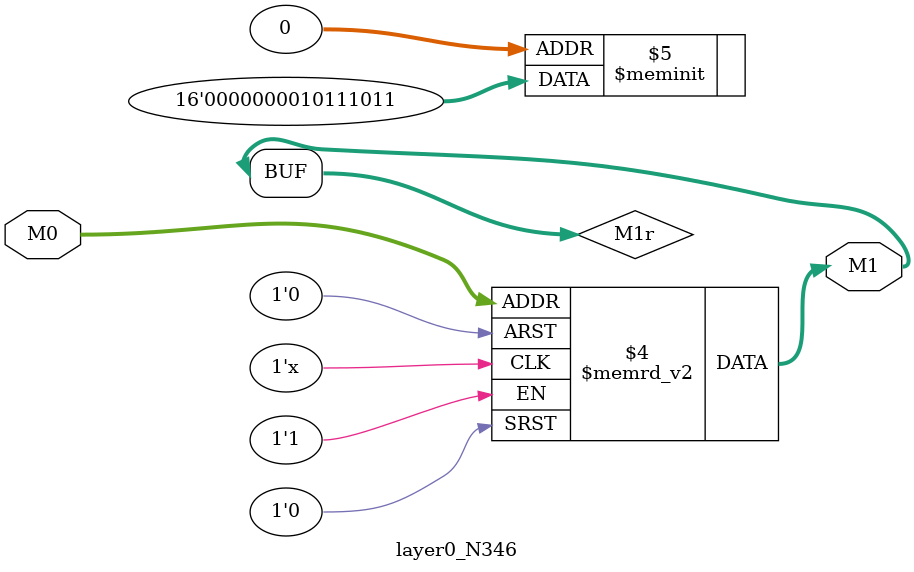
<source format=v>
module layer0_N346 ( input [2:0] M0, output [1:0] M1 );

	(*rom_style = "distributed" *) reg [1:0] M1r;
	assign M1 = M1r;
	always @ (M0) begin
		case (M0)
			3'b000: M1r = 2'b11;
			3'b100: M1r = 2'b00;
			3'b010: M1r = 2'b11;
			3'b110: M1r = 2'b00;
			3'b001: M1r = 2'b10;
			3'b101: M1r = 2'b00;
			3'b011: M1r = 2'b10;
			3'b111: M1r = 2'b00;

		endcase
	end
endmodule

</source>
